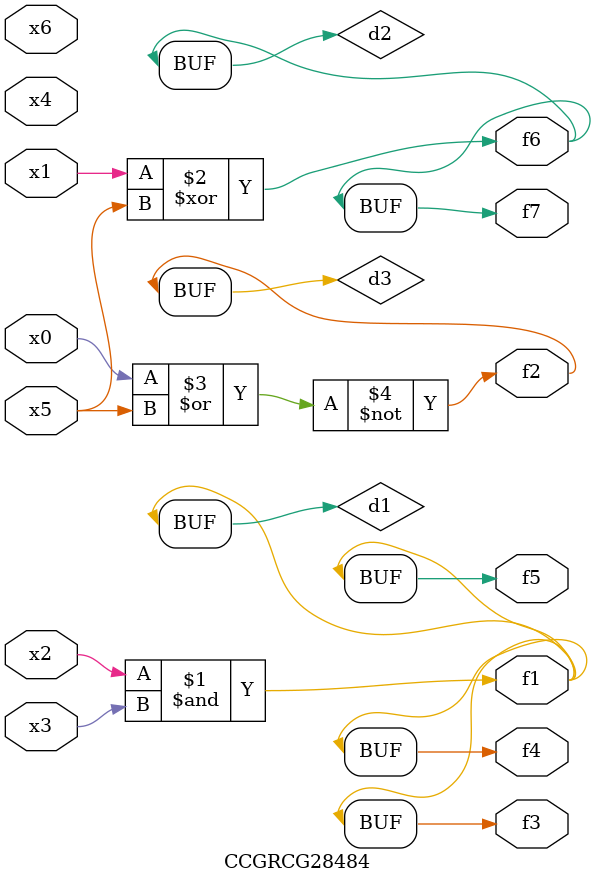
<source format=v>
module CCGRCG28484(
	input x0, x1, x2, x3, x4, x5, x6,
	output f1, f2, f3, f4, f5, f6, f7
);

	wire d1, d2, d3;

	and (d1, x2, x3);
	xor (d2, x1, x5);
	nor (d3, x0, x5);
	assign f1 = d1;
	assign f2 = d3;
	assign f3 = d1;
	assign f4 = d1;
	assign f5 = d1;
	assign f6 = d2;
	assign f7 = d2;
endmodule

</source>
